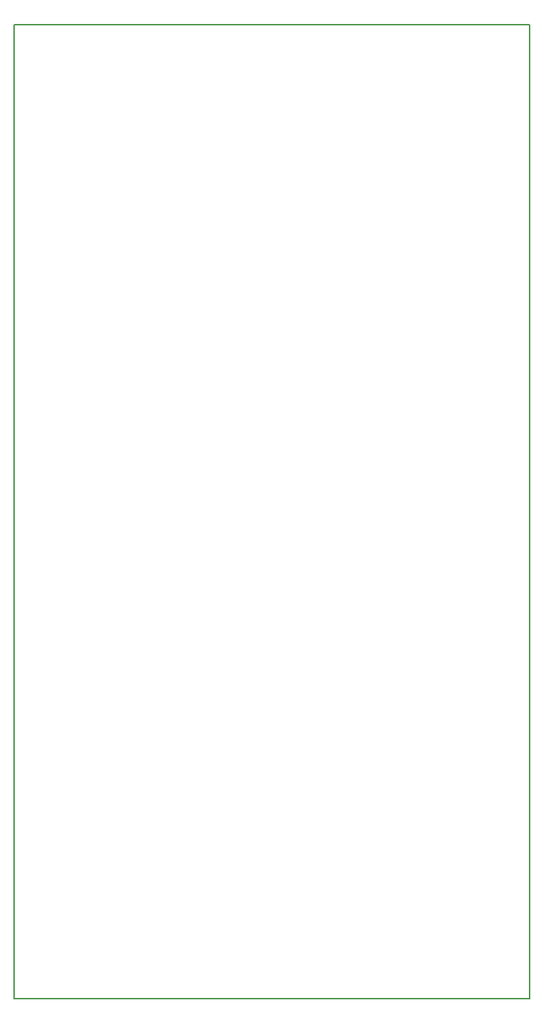
<source format=gbr>
%TF.GenerationSoftware,KiCad,Pcbnew,8.0.5*%
%TF.CreationDate,2024-11-02T20:08:25+01:00*%
%TF.ProjectId,universal_remote,756e6976-6572-4736-916c-5f72656d6f74,rev?*%
%TF.SameCoordinates,Original*%
%TF.FileFunction,Profile,NP*%
%FSLAX46Y46*%
G04 Gerber Fmt 4.6, Leading zero omitted, Abs format (unit mm)*
G04 Created by KiCad (PCBNEW 8.0.5) date 2024-11-02 20:08:25*
%MOMM*%
%LPD*%
G01*
G04 APERTURE LIST*
%TA.AperFunction,Profile*%
%ADD10C,0.200000*%
%TD*%
G04 APERTURE END LIST*
D10*
X101500000Y-35500000D02*
X163500000Y-35500000D01*
X163500000Y-152500000D01*
X101500000Y-152500000D01*
X101500000Y-35500000D01*
M02*

</source>
